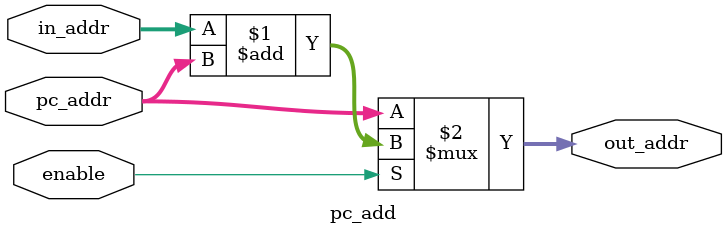
<source format=v>
module pc_add (
    input enable,
    input [11:0] pc_addr,
    input [11:0] in_addr,
    output [11:0] out_addr
);

    assign out_addr = enable? in_addr + pc_addr:pc_addr;

endmodule
</source>
